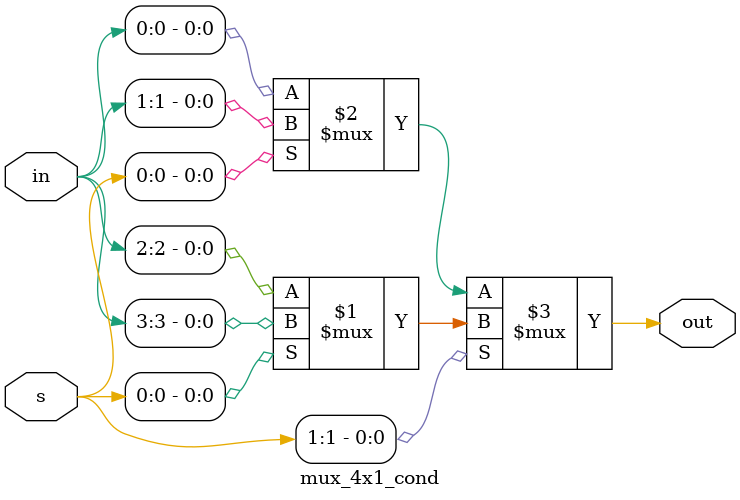
<source format=v>
`timescale 1ns / 1ps


module mux_4x1_cond(input [3:0] in, input [1:0] s, output wire out);
assign out=s[1]?(s[0]?in[3]:in[2]):(s[0]?in[1]:in[0]);
endmodule

</source>
